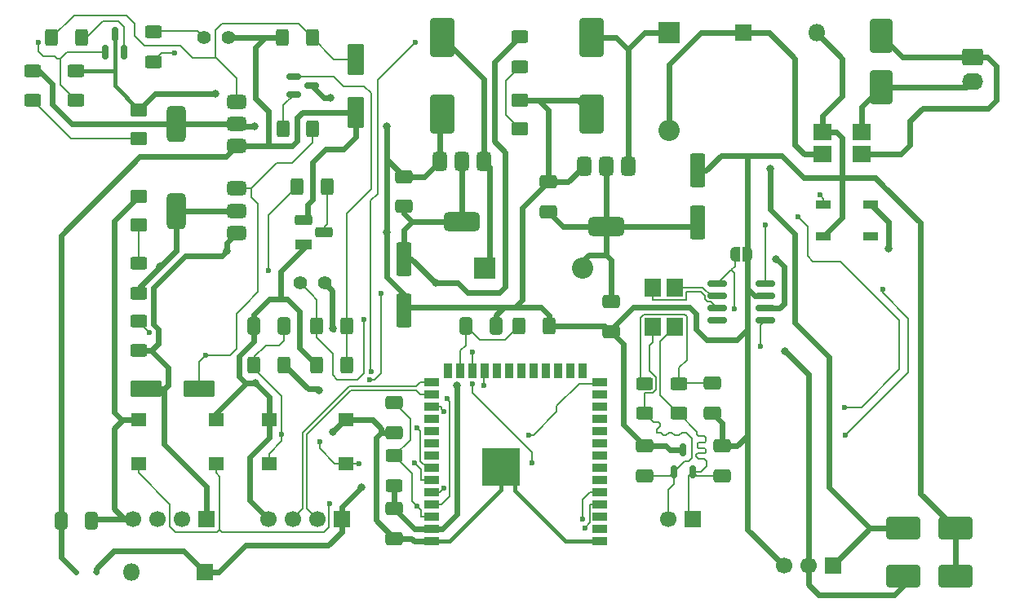
<source format=gbr>
%TF.GenerationSoftware,KiCad,Pcbnew,9.0.1*%
%TF.CreationDate,2025-05-10T22:15:22+02:00*%
%TF.ProjectId,Workcross-ReverseCam,576f726b-6372-46f7-9373-2d5265766572,rev?*%
%TF.SameCoordinates,Original*%
%TF.FileFunction,Copper,L2,Bot*%
%TF.FilePolarity,Positive*%
%FSLAX46Y46*%
G04 Gerber Fmt 4.6, Leading zero omitted, Abs format (unit mm)*
G04 Created by KiCad (PCBNEW 9.0.1) date 2025-05-10 22:15:22*
%MOMM*%
%LPD*%
G01*
G04 APERTURE LIST*
G04 Aperture macros list*
%AMRoundRect*
0 Rectangle with rounded corners*
0 $1 Rounding radius*
0 $2 $3 $4 $5 $6 $7 $8 $9 X,Y pos of 4 corners*
0 Add a 4 corners polygon primitive as box body*
4,1,4,$2,$3,$4,$5,$6,$7,$8,$9,$2,$3,0*
0 Add four circle primitives for the rounded corners*
1,1,$1+$1,$2,$3*
1,1,$1+$1,$4,$5*
1,1,$1+$1,$6,$7*
1,1,$1+$1,$8,$9*
0 Add four rect primitives between the rounded corners*
20,1,$1+$1,$2,$3,$4,$5,0*
20,1,$1+$1,$4,$5,$6,$7,0*
20,1,$1+$1,$6,$7,$8,$9,0*
20,1,$1+$1,$8,$9,$2,$3,0*%
%AMFreePoly0*
4,1,23,0.500000,-0.750000,0.000000,-0.750000,0.000000,-0.745722,-0.065263,-0.745722,-0.191342,-0.711940,-0.304381,-0.646677,-0.396677,-0.554381,-0.461940,-0.441342,-0.495722,-0.315263,-0.495722,-0.250000,-0.500000,-0.250000,-0.500000,0.250000,-0.495722,0.250000,-0.495722,0.315263,-0.461940,0.441342,-0.396677,0.554381,-0.304381,0.646677,-0.191342,0.711940,-0.065263,0.745722,0.000000,0.745722,
0.000000,0.750000,0.500000,0.750000,0.500000,-0.750000,0.500000,-0.750000,$1*%
%AMFreePoly1*
4,1,23,0.000000,0.745722,0.065263,0.745722,0.191342,0.711940,0.304381,0.646677,0.396677,0.554381,0.461940,0.441342,0.495722,0.315263,0.495722,0.250000,0.500000,0.250000,0.500000,-0.250000,0.495722,-0.250000,0.495722,-0.315263,0.461940,-0.441342,0.396677,-0.554381,0.304381,-0.646677,0.191342,-0.711940,0.065263,-0.745722,0.000000,-0.745722,0.000000,-0.750000,-0.500000,-0.750000,
-0.500000,0.750000,0.000000,0.750000,0.000000,0.745722,0.000000,0.745722,$1*%
G04 Aperture macros list end*
%TA.AperFunction,SMDPad,CuDef*%
%ADD10R,1.850000X1.700000*%
%TD*%
%TA.AperFunction,SMDPad,CuDef*%
%ADD11R,1.700000X1.850000*%
%TD*%
%TA.AperFunction,ComponentPad*%
%ADD12C,1.400000*%
%TD*%
%TA.AperFunction,SMDPad,CuDef*%
%ADD13RoundRect,0.150000X0.150000X-0.512500X0.150000X0.512500X-0.150000X0.512500X-0.150000X-0.512500X0*%
%TD*%
%TA.AperFunction,SMDPad,CuDef*%
%ADD14R,1.600000X1.400000*%
%TD*%
%TA.AperFunction,SMDPad,CuDef*%
%ADD15RoundRect,0.375000X-0.375000X0.625000X-0.375000X-0.625000X0.375000X-0.625000X0.375000X0.625000X0*%
%TD*%
%TA.AperFunction,SMDPad,CuDef*%
%ADD16RoundRect,0.500000X-1.400000X0.500000X-1.400000X-0.500000X1.400000X-0.500000X1.400000X0.500000X0*%
%TD*%
%TA.AperFunction,SMDPad,CuDef*%
%ADD17RoundRect,0.250000X-1.000000X1.750000X-1.000000X-1.750000X1.000000X-1.750000X1.000000X1.750000X0*%
%TD*%
%TA.AperFunction,SMDPad,CuDef*%
%ADD18RoundRect,0.250000X0.650000X-0.412500X0.650000X0.412500X-0.650000X0.412500X-0.650000X-0.412500X0*%
%TD*%
%TA.AperFunction,SMDPad,CuDef*%
%ADD19RoundRect,0.250000X0.550000X-1.500000X0.550000X1.500000X-0.550000X1.500000X-0.550000X-1.500000X0*%
%TD*%
%TA.AperFunction,SMDPad,CuDef*%
%ADD20RoundRect,0.375000X0.625000X0.375000X-0.625000X0.375000X-0.625000X-0.375000X0.625000X-0.375000X0*%
%TD*%
%TA.AperFunction,SMDPad,CuDef*%
%ADD21RoundRect,0.500000X0.500000X1.400000X-0.500000X1.400000X-0.500000X-1.400000X0.500000X-1.400000X0*%
%TD*%
%TA.AperFunction,SMDPad,CuDef*%
%ADD22RoundRect,0.090000X0.660000X0.360000X-0.660000X0.360000X-0.660000X-0.360000X0.660000X-0.360000X0*%
%TD*%
%TA.AperFunction,SMDPad,CuDef*%
%ADD23RoundRect,0.250000X0.400000X0.625000X-0.400000X0.625000X-0.400000X-0.625000X0.400000X-0.625000X0*%
%TD*%
%TA.AperFunction,SMDPad,CuDef*%
%ADD24RoundRect,0.250000X-0.400000X-0.625000X0.400000X-0.625000X0.400000X0.625000X-0.400000X0.625000X0*%
%TD*%
%TA.AperFunction,SMDPad,CuDef*%
%ADD25RoundRect,0.250000X1.500000X0.900000X-1.500000X0.900000X-1.500000X-0.900000X1.500000X-0.900000X0*%
%TD*%
%TA.AperFunction,ComponentPad*%
%ADD26R,1.700000X1.700000*%
%TD*%
%TA.AperFunction,ComponentPad*%
%ADD27C,1.700000*%
%TD*%
%TA.AperFunction,ComponentPad*%
%ADD28RoundRect,0.250000X-0.845000X0.620000X-0.845000X-0.620000X0.845000X-0.620000X0.845000X0.620000X0*%
%TD*%
%TA.AperFunction,ComponentPad*%
%ADD29O,2.190000X1.740000*%
%TD*%
%TA.AperFunction,SMDPad,CuDef*%
%ADD30RoundRect,0.250000X0.600000X-1.400000X0.600000X1.400000X-0.600000X1.400000X-0.600000X-1.400000X0*%
%TD*%
%TA.AperFunction,ComponentPad*%
%ADD31R,1.800000X1.100000*%
%TD*%
%TA.AperFunction,ComponentPad*%
%ADD32RoundRect,0.275000X0.625000X-0.275000X0.625000X0.275000X-0.625000X0.275000X-0.625000X-0.275000X0*%
%TD*%
%TA.AperFunction,SMDPad,CuDef*%
%ADD33R,1.500000X0.900000*%
%TD*%
%TA.AperFunction,SMDPad,CuDef*%
%ADD34R,0.900000X1.500000*%
%TD*%
%TA.AperFunction,HeatsinkPad*%
%ADD35C,0.600000*%
%TD*%
%TA.AperFunction,HeatsinkPad*%
%ADD36R,3.900000X3.900000*%
%TD*%
%TA.AperFunction,SMDPad,CuDef*%
%ADD37RoundRect,0.250000X-0.625000X0.400000X-0.625000X-0.400000X0.625000X-0.400000X0.625000X0.400000X0*%
%TD*%
%TA.AperFunction,SMDPad,CuDef*%
%ADD38RoundRect,0.250000X-0.550000X1.500000X-0.550000X-1.500000X0.550000X-1.500000X0.550000X1.500000X0*%
%TD*%
%TA.AperFunction,SMDPad,CuDef*%
%ADD39RoundRect,0.250000X0.625000X-0.400000X0.625000X0.400000X-0.625000X0.400000X-0.625000X-0.400000X0*%
%TD*%
%TA.AperFunction,SMDPad,CuDef*%
%ADD40FreePoly0,0.000000*%
%TD*%
%TA.AperFunction,SMDPad,CuDef*%
%ADD41FreePoly1,0.000000*%
%TD*%
%TA.AperFunction,SMDPad,CuDef*%
%ADD42RoundRect,0.250000X0.412500X0.650000X-0.412500X0.650000X-0.412500X-0.650000X0.412500X-0.650000X0*%
%TD*%
%TA.AperFunction,SMDPad,CuDef*%
%ADD43RoundRect,0.250000X-0.650000X0.412500X-0.650000X-0.412500X0.650000X-0.412500X0.650000X0.412500X0*%
%TD*%
%TA.AperFunction,SMDPad,CuDef*%
%ADD44RoundRect,0.150000X0.825000X0.150000X-0.825000X0.150000X-0.825000X-0.150000X0.825000X-0.150000X0*%
%TD*%
%TA.AperFunction,SMDPad,CuDef*%
%ADD45RoundRect,0.150000X-0.587500X-0.150000X0.587500X-0.150000X0.587500X0.150000X-0.587500X0.150000X0*%
%TD*%
%TA.AperFunction,SMDPad,CuDef*%
%ADD46RoundRect,0.250000X0.900000X-1.500000X0.900000X1.500000X-0.900000X1.500000X-0.900000X-1.500000X0*%
%TD*%
%TA.AperFunction,SMDPad,CuDef*%
%ADD47RoundRect,0.250001X-0.624999X0.462499X-0.624999X-0.462499X0.624999X-0.462499X0.624999X0.462499X0*%
%TD*%
%TA.AperFunction,SMDPad,CuDef*%
%ADD48RoundRect,0.150000X0.150000X-0.587500X0.150000X0.587500X-0.150000X0.587500X-0.150000X-0.587500X0*%
%TD*%
%TA.AperFunction,SMDPad,CuDef*%
%ADD49RoundRect,0.250000X-0.412500X-0.650000X0.412500X-0.650000X0.412500X0.650000X-0.412500X0.650000X0*%
%TD*%
%TA.AperFunction,SMDPad,CuDef*%
%ADD50RoundRect,0.112500X-0.187500X-0.112500X0.187500X-0.112500X0.187500X0.112500X-0.187500X0.112500X0*%
%TD*%
%TA.AperFunction,ComponentPad*%
%ADD51R,2.200000X2.200000*%
%TD*%
%TA.AperFunction,ComponentPad*%
%ADD52O,2.200000X2.200000*%
%TD*%
%TA.AperFunction,ComponentPad*%
%ADD53R,1.800000X1.800000*%
%TD*%
%TA.AperFunction,ComponentPad*%
%ADD54O,1.800000X1.800000*%
%TD*%
%TA.AperFunction,SMDPad,CuDef*%
%ADD55RoundRect,0.250000X-1.400000X-0.600000X1.400000X-0.600000X1.400000X0.600000X-1.400000X0.600000X0*%
%TD*%
%TA.AperFunction,ViaPad*%
%ADD56C,0.800000*%
%TD*%
%TA.AperFunction,ViaPad*%
%ADD57C,0.600000*%
%TD*%
%TA.AperFunction,Conductor*%
%ADD58C,0.600000*%
%TD*%
%TA.AperFunction,Conductor*%
%ADD59C,0.200000*%
%TD*%
%TA.AperFunction,Conductor*%
%ADD60C,0.400000*%
%TD*%
G04 APERTURE END LIST*
D10*
%TO.P,FL2,1,1*%
%TO.N,VBAT_12V*%
X186025000Y-66150000D03*
%TO.P,FL2,2,2*%
%TO.N,+12V*%
X181975000Y-66150000D03*
%TO.P,FL2,3,3*%
%TO.N,GND*%
X181975000Y-63850000D03*
%TO.P,FL2,4,4*%
%TO.N,GND_BAT*%
X186025000Y-63850000D03*
%TD*%
D11*
%TO.P,FL1,1,1*%
%TO.N,/CAN/CAN_INT+*%
X166650000Y-79975000D03*
%TO.P,FL1,2,2*%
%TO.N,/CAN/CAN+*%
X166650000Y-84025000D03*
%TO.P,FL1,3,3*%
%TO.N,/CAN/CAN-*%
X164350000Y-84025000D03*
%TO.P,FL1,4,4*%
%TO.N,/CAN/CAN_INT-*%
X164350000Y-79975000D03*
%TD*%
D12*
%TO.P,JP1,1,A*%
%TO.N,/Controller/ESP.IO4*%
X117750000Y-54000000D03*
%TO.P,JP1,2,B*%
%TO.N,+5V*%
X120290000Y-54000000D03*
%TD*%
D13*
%TO.P,D22,1,K*%
%TO.N,/CAN/CAN+*%
X168450000Y-99137500D03*
%TO.P,D22,2,K*%
%TO.N,/CAN/CAN-*%
X166550000Y-99137500D03*
%TO.P,D22,3,A*%
%TO.N,GND*%
X167500000Y-96862500D03*
%TD*%
D14*
%TO.P,SW1,1,1*%
%TO.N,GND*%
X132500000Y-93750000D03*
X124500000Y-93750000D03*
%TO.P,SW1,2,2*%
%TO.N,/Controller/GPIO0*%
X132500000Y-98250000D03*
X124500000Y-98250000D03*
%TD*%
D15*
%TO.P,U3,1,GND*%
%TO.N,GND*%
X142200000Y-66850000D03*
%TO.P,U3,2,VO*%
%TO.N,+3V3*%
X144500000Y-66850000D03*
D16*
X144500000Y-73150000D03*
D15*
%TO.P,U3,3,VI*%
%TO.N,/Power Supply/REG_5V_IN*%
X146800000Y-66850000D03*
%TD*%
D17*
%TO.P,C5,1*%
%TO.N,/Power Supply/REG_5V_IN*%
X142500000Y-54000000D03*
%TO.P,C5,2*%
%TO.N,GND*%
X142500000Y-62000000D03*
%TD*%
D18*
%TO.P,C10,1*%
%TO.N,GND*%
X170500000Y-93062500D03*
%TO.P,C10,2*%
%TO.N,Net-(C10-Pad2)*%
X170500000Y-89937500D03*
%TD*%
D19*
%TO.P,C4,1*%
%TO.N,+5V*%
X169000000Y-73200000D03*
%TO.P,C4,2*%
%TO.N,GND*%
X169000000Y-67800000D03*
%TD*%
D20*
%TO.P,Q1,1,G*%
%TO.N,Net-(D14-A)*%
X121150000Y-60700000D03*
%TO.P,Q1,2,D*%
%TO.N,/GPIO/SW_5V_Cam_Out*%
X121150000Y-63000000D03*
D21*
X114850000Y-63000000D03*
D20*
%TO.P,Q1,3,S*%
%TO.N,+5V*%
X121150000Y-65300000D03*
%TD*%
D22*
%TO.P,D21,1,VDD*%
%TO.N,+3V3*%
X186950000Y-71350000D03*
%TO.P,D21,2,DOUT*%
%TO.N,unconnected-(D21-DOUT-Pad2)*%
X186950000Y-74650000D03*
%TO.P,D21,3,VSS*%
%TO.N,GND*%
X182050000Y-74650000D03*
%TO.P,D21,4,DIN*%
%TO.N,/Controller/ESP.IO6*%
X182050000Y-71350000D03*
%TD*%
D23*
%TO.P,R18,1*%
%TO.N,+3V3*%
X126050000Y-88000000D03*
%TO.P,R18,2*%
%TO.N,/Controller/GPIO0*%
X122950000Y-88000000D03*
%TD*%
D18*
%TO.P,C2,1*%
%TO.N,+5V*%
X153500000Y-72125000D03*
%TO.P,C2,2*%
%TO.N,GND*%
X153500000Y-69000000D03*
%TD*%
%TO.P,C6,1*%
%TO.N,+3V3*%
X138500000Y-71562500D03*
%TO.P,C6,2*%
%TO.N,GND*%
X138500000Y-68437500D03*
%TD*%
D12*
%TO.P,JP2,1,A*%
%TO.N,+3V3*%
X130250000Y-79500000D03*
%TO.P,JP2,2,B*%
%TO.N,/Controller/ESP.IO5*%
X127710000Y-79500000D03*
%TD*%
D24*
%TO.P,R14,1*%
%TO.N,GND*%
X129450000Y-88000000D03*
%TO.P,R14,2*%
%TO.N,Net-(Q4-B)*%
X132550000Y-88000000D03*
%TD*%
D25*
%TO.P,D12,1,A1*%
%TO.N,GND*%
X195700000Y-110000000D03*
%TO.P,D12,2,A2*%
%TO.N,/GPIO/SW_3V3_LEDLight_Out*%
X190300000Y-110000000D03*
%TD*%
D26*
%TO.P,J3,1,Pin_1*%
%TO.N,/GPIO/SW_5V_Cam_Out*%
X183000000Y-108885000D03*
D27*
%TO.P,J3,2,Pin_2*%
%TO.N,/GPIO/SW_3V3_LEDLight_Out*%
X180460000Y-108885000D03*
%TO.P,J3,3,Pin_3*%
%TO.N,GND*%
X177920000Y-108885000D03*
%TD*%
D26*
%TO.P,J2,1,Pin_1*%
%TO.N,/USB/USB_CON_VCC*%
X132040000Y-104000000D03*
D27*
%TO.P,J2,2,Pin_2*%
%TO.N,/Controller/ESP.ESP_USB_D-*%
X129500000Y-104000000D03*
%TO.P,J2,3,Pin_3*%
%TO.N,/Controller/ESP.ESP_USB_D+*%
X126960000Y-104000000D03*
%TO.P,J2,4,Pin_4*%
%TO.N,GND*%
X124420000Y-104000000D03*
%TD*%
D28*
%TO.P,J1,1,Pin_1*%
%TO.N,VBAT_12V*%
X197520000Y-56000000D03*
D29*
%TO.P,J1,2,Pin_2*%
%TO.N,GND_BAT*%
X197520000Y-58540000D03*
%TD*%
D30*
%TO.P,D14,1,K*%
%TO.N,+5V*%
X133500000Y-61750000D03*
%TO.P,D14,2,A*%
%TO.N,Net-(D14-A)*%
X133500000Y-56250000D03*
%TD*%
D15*
%TO.P,U2,1,GND*%
%TO.N,GND*%
X157200000Y-67350000D03*
%TO.P,U2,2,VO*%
%TO.N,+5V*%
X159500000Y-67350000D03*
D16*
X159500000Y-73650000D03*
D15*
%TO.P,U2,3,VI*%
%TO.N,/Power Supply/REG_12V_IN*%
X161800000Y-67350000D03*
%TD*%
D31*
%TO.P,U6,1,GND*%
%TO.N,GND*%
X128100000Y-75500000D03*
D32*
%TO.P,U6,2,DQ*%
%TO.N,Net-(U6-DQ)*%
X130170000Y-74230000D03*
%TO.P,U6,3,V_{DD}*%
%TO.N,+5V*%
X128100000Y-72960000D03*
%TD*%
D24*
%TO.P,R6,1*%
%TO.N,/Controller/ESP.IO7*%
X127450000Y-69500000D03*
%TO.P,R6,2*%
%TO.N,Net-(U6-DQ)*%
X130550000Y-69500000D03*
%TD*%
D33*
%TO.P,U1,1,GND*%
%TO.N,GND*%
X141350000Y-106350000D03*
%TO.P,U1,2,3V3*%
%TO.N,+3V3*%
X141350000Y-105080000D03*
%TO.P,U1,3,EN*%
%TO.N,/Controller/CHIP_PU*%
X141350000Y-103810000D03*
%TO.P,U1,4,IO4*%
%TO.N,/Controller/ESP.IO4*%
X141350000Y-102540000D03*
%TO.P,U1,5,IO5*%
%TO.N,/Controller/ESP.IO5*%
X141350000Y-101270000D03*
%TO.P,U1,6,IO6*%
%TO.N,/Controller/ESP.IO6*%
X141350000Y-100000000D03*
%TO.P,U1,7,IO7*%
%TO.N,/Controller/ESP.IO7*%
X141350000Y-98730000D03*
%TO.P,U1,8,IO15*%
%TO.N,/Controller/ESP.IO15*%
X141350000Y-97460000D03*
%TO.P,U1,9,IO16*%
%TO.N,/Controller/ESP.IO16*%
X141350000Y-96190000D03*
%TO.P,U1,10,IO17*%
%TO.N,/Controller/ESP.IO17*%
X141350000Y-94920000D03*
%TO.P,U1,11,IO18*%
%TO.N,/Controller/ESP.IO18*%
X141350000Y-93650000D03*
%TO.P,U1,12,IO8*%
%TO.N,/Controller/ESP.IO8*%
X141350000Y-92380000D03*
%TO.P,U1,13,USB_D-*%
%TO.N,/Controller/ESP.ESP_USB_D-*%
X141350000Y-91110000D03*
%TO.P,U1,14,USB_D+*%
%TO.N,/Controller/ESP.ESP_USB_D+*%
X141350000Y-89840000D03*
D34*
%TO.P,U1,15,IO3*%
%TO.N,/Controller/ESP.IO3*%
X143115000Y-88590000D03*
%TO.P,U1,16,IO46*%
%TO.N,/Controller/ESP.IO46*%
X144385000Y-88590000D03*
%TO.P,U1,17,IO9*%
%TO.N,/Controller/ESP.IO9*%
X145655000Y-88590000D03*
%TO.P,U1,18,IO10*%
%TO.N,/Controller/ESP.IO10*%
X146925000Y-88590000D03*
%TO.P,U1,19,IO11*%
%TO.N,/Controller/ESP.IO11*%
X148195000Y-88590000D03*
%TO.P,U1,20,IO12*%
%TO.N,/Controller/ESP.IO12*%
X149465000Y-88590000D03*
%TO.P,U1,21,IO13*%
%TO.N,/Controller/ESP.IO13*%
X150735000Y-88590000D03*
%TO.P,U1,22,IO14*%
%TO.N,/Controller/ESP.IO14*%
X152005000Y-88590000D03*
%TO.P,U1,23,IO21*%
%TO.N,/Controller/ESP.IO21*%
X153275000Y-88590000D03*
%TO.P,U1,24,IO47*%
%TO.N,/Controller/ESP.IO47*%
X154545000Y-88590000D03*
%TO.P,U1,25,IO48*%
%TO.N,/Controller/ESP.IO48*%
X155815000Y-88590000D03*
%TO.P,U1,26,IO45*%
%TO.N,/Controller/ESP.IO45*%
X157085000Y-88590000D03*
D33*
%TO.P,U1,27,IO0*%
%TO.N,/Controller/GPIO0*%
X158850000Y-89840000D03*
%TO.P,U1,28,IO35*%
%TO.N,/Controller/ESP.IO35*%
X158850000Y-91110000D03*
%TO.P,U1,29,IO36*%
%TO.N,/Controller/ESP.IO36*%
X158850000Y-92380000D03*
%TO.P,U1,30,IO37*%
%TO.N,/Controller/ESP.IO37*%
X158850000Y-93650000D03*
%TO.P,U1,31,IO38*%
%TO.N,/Controller/ESP.IO38*%
X158850000Y-94920000D03*
%TO.P,U1,32,IO39*%
%TO.N,/Controller/ESP.IO39*%
X158850000Y-96190000D03*
%TO.P,U1,33,IO40*%
%TO.N,/Controller/ESP.IO40*%
X158850000Y-97460000D03*
%TO.P,U1,34,IO41*%
%TO.N,/Controller/ESP.IO41*%
X158850000Y-98730000D03*
%TO.P,U1,35,IO42*%
%TO.N,/Controller/ESP.IO42*%
X158850000Y-100000000D03*
%TO.P,U1,36,RXD0*%
%TO.N,/Controller/ESP.ESP_RxD*%
X158850000Y-101270000D03*
%TO.P,U1,37,TXD0*%
%TO.N,/Controller/ESP.ESP_TxD*%
X158850000Y-102540000D03*
%TO.P,U1,38,IO2*%
%TO.N,/Controller/ESP.IO2*%
X158850000Y-103810000D03*
%TO.P,U1,39,IO1*%
%TO.N,/Controller/ESP.IO1*%
X158850000Y-105080000D03*
%TO.P,U1,40,GND*%
%TO.N,GND*%
X158850000Y-106350000D03*
D35*
%TO.P,U1,41,GND*%
X147200000Y-97930000D03*
X147200000Y-99330000D03*
X147900000Y-97230000D03*
X147900000Y-98630000D03*
X147900000Y-100030000D03*
X148600000Y-97930000D03*
D36*
X148600000Y-98630000D03*
D35*
X148600000Y-99330000D03*
X149300000Y-97230000D03*
X149300000Y-98630000D03*
X149300000Y-100030000D03*
X150000000Y-97930000D03*
X150000000Y-99330000D03*
%TD*%
D37*
%TO.P,R8,1*%
%TO.N,/Controller/ESP.IO4*%
X112500000Y-53400000D03*
%TO.P,R8,2*%
%TO.N,Net-(Q3-B)*%
X112500000Y-56500000D03*
%TD*%
D38*
%TO.P,C7,1*%
%TO.N,+3V3*%
X138500000Y-77000000D03*
%TO.P,C7,2*%
%TO.N,GND*%
X138500000Y-82400000D03*
%TD*%
D39*
%TO.P,R12,1*%
%TO.N,+3V3*%
X111000000Y-86550000D03*
%TO.P,R12,2*%
%TO.N,Net-(D15-A)*%
X111000000Y-83450000D03*
%TD*%
D24*
%TO.P,R9,1*%
%TO.N,/Controller/ESP.IO5*%
X129450000Y-84000000D03*
%TO.P,R9,2*%
%TO.N,Net-(Q4-B)*%
X132550000Y-84000000D03*
%TD*%
D37*
%TO.P,R16,1*%
%TO.N,+3V3*%
X150500000Y-53950000D03*
%TO.P,R16,2*%
%TO.N,Net-(D20-A)*%
X150500000Y-57050000D03*
%TD*%
D24*
%TO.P,R11,1*%
%TO.N,Net-(D14-A)*%
X101950000Y-54000000D03*
%TO.P,R11,2*%
%TO.N,Net-(Q3-C)*%
X105050000Y-54000000D03*
%TD*%
D40*
%TO.P,JP3,1,A*%
%TO.N,/Controller/ESP.IO10*%
X172850000Y-76500000D03*
D41*
%TO.P,JP3,2,B*%
%TO.N,GND*%
X174150000Y-76500000D03*
%TD*%
D42*
%TO.P,C1,1*%
%TO.N,GND*%
X106062500Y-104200000D03*
%TO.P,C1,2*%
%TO.N,+5V*%
X102937500Y-104200000D03*
%TD*%
D43*
%TO.P,C8,1*%
%TO.N,+5V*%
X160000000Y-81437500D03*
%TO.P,C8,2*%
%TO.N,GND*%
X160000000Y-84562500D03*
%TD*%
D18*
%TO.P,C12,1*%
%TO.N,GND*%
X137500000Y-106062500D03*
%TO.P,C12,2*%
%TO.N,+3V3*%
X137500000Y-102937500D03*
%TD*%
%TO.P,C15,1*%
%TO.N,/CAN/CAN-*%
X163500000Y-99562500D03*
%TO.P,C15,2*%
%TO.N,GND*%
X163500000Y-96437500D03*
%TD*%
D23*
%TO.P,R13,1*%
%TO.N,Net-(D15-A)*%
X129050000Y-63500000D03*
%TO.P,R13,2*%
%TO.N,Net-(Q4-C)*%
X125950000Y-63500000D03*
%TD*%
D44*
%TO.P,U4,1,TXD*%
%TO.N,/Controller/ESP.IO8*%
X175975000Y-79595000D03*
%TO.P,U4,2,GND*%
%TO.N,GND*%
X175975000Y-80865000D03*
%TO.P,U4,3,VCC*%
%TO.N,+5V*%
X175975000Y-82135000D03*
%TO.P,U4,4,RXD*%
%TO.N,/Controller/ESP.IO9*%
X175975000Y-83405000D03*
%TO.P,U4,5,NC*%
%TO.N,unconnected-(U4-NC-Pad5)*%
X171025000Y-83405000D03*
%TO.P,U4,6,CANL*%
%TO.N,/CAN/CAN_INT-*%
X171025000Y-82135000D03*
%TO.P,U4,7,CANH*%
%TO.N,/CAN/CAN_INT+*%
X171025000Y-80865000D03*
%TO.P,U4,8,S*%
%TO.N,/Controller/ESP.IO10*%
X171025000Y-79595000D03*
%TD*%
D45*
%TO.P,Q4,1,C*%
%TO.N,Net-(Q4-C)*%
X127062500Y-59950000D03*
%TO.P,Q4,2,B*%
%TO.N,Net-(Q4-B)*%
X127062500Y-58050000D03*
%TO.P,Q4,3,E*%
%TO.N,GND*%
X128937500Y-59000000D03*
%TD*%
D46*
%TO.P,D7,1,A1*%
%TO.N,GND_BAT*%
X188000000Y-59200000D03*
%TO.P,D7,2,A2*%
%TO.N,VBAT_12V*%
X188000000Y-53800000D03*
%TD*%
D47*
%TO.P,D2,1,K*%
%TO.N,GND*%
X111000000Y-70512500D03*
%TO.P,D2,2,A*%
%TO.N,Net-(D2-A)*%
X111000000Y-73487500D03*
%TD*%
D48*
%TO.P,Q3,1,C*%
%TO.N,Net-(Q3-C)*%
X109450000Y-55500000D03*
%TO.P,Q3,2,B*%
%TO.N,Net-(Q3-B)*%
X107550000Y-55500000D03*
%TO.P,Q3,3,E*%
%TO.N,GND*%
X108500000Y-53625000D03*
%TD*%
D47*
%TO.P,D1,1,K*%
%TO.N,GND*%
X111000000Y-61512500D03*
%TO.P,D1,2,A*%
%TO.N,Net-(D1-A)*%
X111000000Y-64487500D03*
%TD*%
D49*
%TO.P,C14,1*%
%TO.N,/Controller/ESP.IO46*%
X144937500Y-84000000D03*
%TO.P,C14,2*%
%TO.N,GND*%
X148062500Y-84000000D03*
%TD*%
%TO.P,C13,1*%
%TO.N,GND*%
X122937500Y-84000000D03*
%TO.P,C13,2*%
%TO.N,/Controller/GPIO0*%
X126062500Y-84000000D03*
%TD*%
D24*
%TO.P,R10,1*%
%TO.N,+5V*%
X125900000Y-54000000D03*
%TO.P,R10,2*%
%TO.N,Net-(D14-A)*%
X129000000Y-54000000D03*
%TD*%
D50*
%TO.P,D3,1,K*%
%TO.N,+5V*%
X104450000Y-109500000D03*
%TO.P,D3,2,A*%
%TO.N,/USB/USB_CON_VCC*%
X106550000Y-109500000D03*
%TD*%
D20*
%TO.P,Q2,1,G*%
%TO.N,Net-(D15-A)*%
X121150000Y-69700000D03*
%TO.P,Q2,2,D*%
%TO.N,/GPIO/SW_3V3_LEDLight_Out*%
X121150000Y-72000000D03*
D21*
X114850000Y-72000000D03*
D20*
%TO.P,Q2,3,S*%
%TO.N,+3V3*%
X121150000Y-74300000D03*
%TD*%
D51*
%TO.P,D10,1,K*%
%TO.N,/Power Supply/REG_5V_IN*%
X146920000Y-78000000D03*
D52*
%TO.P,D10,2,A*%
%TO.N,+5V*%
X157080000Y-78000000D03*
%TD*%
D24*
%TO.P,R19,1*%
%TO.N,/Controller/ESP.IO46*%
X150450000Y-84000000D03*
%TO.P,R19,2*%
%TO.N,GND*%
X153550000Y-84000000D03*
%TD*%
D37*
%TO.P,R5,1*%
%TO.N,/GPIO/SW_5V_Cam_Out*%
X100000000Y-57450000D03*
%TO.P,R5,2*%
%TO.N,Net-(D1-A)*%
X100000000Y-60550000D03*
%TD*%
D51*
%TO.P,D9,1,K*%
%TO.N,/Power Supply/REG_12V_IN*%
X166000000Y-53500000D03*
D52*
%TO.P,D9,2,A*%
%TO.N,+12V*%
X166000000Y-63660000D03*
%TD*%
D47*
%TO.P,D20,1,K*%
%TO.N,GND*%
X150500000Y-60512500D03*
%TO.P,D20,2,A*%
%TO.N,Net-(D20-A)*%
X150500000Y-63487500D03*
%TD*%
D26*
%TO.P,J4,1,Pin_1*%
%TO.N,+3V3*%
X118040000Y-104000000D03*
D27*
%TO.P,J4,2,Pin_2*%
%TO.N,/Controller/ESP.ESP_RxD*%
X115500000Y-104000000D03*
%TO.P,J4,3,Pin_3*%
%TO.N,/Controller/ESP.ESP_TxD*%
X112960000Y-104000000D03*
%TO.P,J4,4,Pin_4*%
%TO.N,GND*%
X110420000Y-104000000D03*
%TD*%
D18*
%TO.P,C11,1*%
%TO.N,GND*%
X137500000Y-95062500D03*
%TO.P,C11,2*%
%TO.N,/Controller/CHIP_PU*%
X137500000Y-91937500D03*
%TD*%
D53*
%TO.P,D8,1,K*%
%TO.N,+12V*%
X173690000Y-53500000D03*
D54*
%TO.P,D8,2,A*%
%TO.N,GND*%
X181310000Y-53500000D03*
%TD*%
D53*
%TO.P,D13,1,K*%
%TO.N,/USB/USB_CON_VCC*%
X117810000Y-109500000D03*
D54*
%TO.P,D13,2,A*%
%TO.N,GND*%
X110190000Y-109500000D03*
%TD*%
D25*
%TO.P,D11,1,A1*%
%TO.N,GND*%
X195700000Y-105000000D03*
%TO.P,D11,2,A2*%
%TO.N,/GPIO/SW_5V_Cam_Out*%
X190300000Y-105000000D03*
%TD*%
D26*
%TO.P,J5,1,Pin_1*%
%TO.N,/CAN/CAN+*%
X168500000Y-104000000D03*
D27*
%TO.P,J5,2,Pin_2*%
%TO.N,/CAN/CAN-*%
X165960000Y-104000000D03*
%TD*%
D39*
%TO.P,R3,1*%
%TO.N,/CAN/CAN-*%
X163500000Y-93050000D03*
%TO.P,R3,2*%
%TO.N,Net-(C10-Pad2)*%
X163500000Y-89950000D03*
%TD*%
%TO.P,R7,1*%
%TO.N,/GPIO/SW_3V3_LEDLight_Out*%
X111000000Y-80550000D03*
%TO.P,R7,2*%
%TO.N,Net-(D2-A)*%
X111000000Y-77450000D03*
%TD*%
D55*
%TO.P,D15,1,K*%
%TO.N,+3V3*%
X111750000Y-90500000D03*
%TO.P,D15,2,A*%
%TO.N,Net-(D15-A)*%
X117250000Y-90500000D03*
%TD*%
D37*
%TO.P,R15,1*%
%TO.N,GND*%
X104500000Y-57450000D03*
%TO.P,R15,2*%
%TO.N,Net-(Q3-B)*%
X104500000Y-60550000D03*
%TD*%
D39*
%TO.P,R1,1*%
%TO.N,/CAN/CAN+*%
X167000000Y-93050000D03*
%TO.P,R1,2*%
%TO.N,Net-(C10-Pad2)*%
X167000000Y-89950000D03*
%TD*%
D14*
%TO.P,SW2,1,1*%
%TO.N,GND*%
X119000000Y-93750000D03*
X111000000Y-93750000D03*
%TO.P,SW2,2,2*%
%TO.N,/Controller/CHIP_PU*%
X119000000Y-98250000D03*
X111000000Y-98250000D03*
%TD*%
D18*
%TO.P,C16,1*%
%TO.N,/CAN/CAN+*%
X171500000Y-99562500D03*
%TO.P,C16,2*%
%TO.N,GND*%
X171500000Y-96437500D03*
%TD*%
D39*
%TO.P,R17,1*%
%TO.N,+3V3*%
X137500000Y-100550000D03*
%TO.P,R17,2*%
%TO.N,/Controller/CHIP_PU*%
X137500000Y-97450000D03*
%TD*%
D17*
%TO.P,C3,1*%
%TO.N,/Power Supply/REG_12V_IN*%
X158000000Y-54000000D03*
%TO.P,C3,2*%
%TO.N,GND*%
X158000000Y-62000000D03*
%TD*%
D56*
%TO.N,GND*%
X136714000Y-74239000D03*
%TO.N,+3V3*%
X129690203Y-90625000D03*
%TO.N,GND*%
X123100000Y-89900000D03*
X131100000Y-95000000D03*
X118950000Y-59825000D03*
X130850000Y-60300000D03*
%TO.N,/GPIO/SW_5V_Cam_Out*%
X123050000Y-63225000D03*
X176549650Y-67600350D03*
%TO.N,/GPIO/SW_3V3_LEDLight_Out*%
X113225000Y-77825000D03*
%TO.N,+3V3*%
X120125000Y-76175000D03*
X188775000Y-75950000D03*
X141775000Y-79500000D03*
D57*
%TO.N,/Controller/GPIO0*%
X125833000Y-95254600D03*
X151478000Y-95276300D03*
X129766000Y-95995400D03*
X133810000Y-98249900D03*
%TO.N,Net-(Q3-B)*%
X100552000Y-54476900D03*
X114700000Y-55641400D03*
%TO.N,Net-(D15-A)*%
X117950000Y-87000000D03*
X112066000Y-84609500D03*
D56*
%TO.N,/GPIO/SW_3V3_LEDLight_Out*%
X178052000Y-86577100D03*
%TO.N,/USB/USB_CON_VCC*%
X134096000Y-100700000D03*
D57*
%TO.N,/Controller/ESP.IO6*%
X181690000Y-70382800D03*
X184317000Y-95331700D03*
X188175000Y-80125000D03*
X139634000Y-98206700D03*
D56*
%TO.N,+3V3*%
X131100000Y-84264700D03*
X144016000Y-90147200D03*
D57*
%TO.N,/Controller/ESP.IO8*%
X175975000Y-73450000D03*
X184202000Y-92413500D03*
X142622000Y-92856700D03*
X179400000Y-72650000D03*
%TO.N,/Controller/ESP.IO5*%
X142651000Y-100826000D03*
X134350000Y-83300000D03*
X145582000Y-90003800D03*
X151766000Y-98235900D03*
%TO.N,/Controller/ESP.ESP_RxD*%
X157051000Y-104037000D03*
%TO.N,/Controller/ESP.IO4*%
X139667000Y-54476900D03*
X135077000Y-88679700D03*
X142958000Y-91531800D03*
%TO.N,/Controller/ESP.IO10*%
X146762000Y-90147200D03*
X172812000Y-82217400D03*
%TO.N,/Controller/ESP.ESP_TxD*%
X157277000Y-104929000D03*
%TO.N,/Controller/CHIP_PU*%
X130764000Y-102392000D03*
X139864000Y-102677000D03*
%TO.N,/Controller/ESP.IO7*%
X136176000Y-80600000D03*
X134965000Y-89564800D03*
X124468000Y-78243100D03*
X139884000Y-94580900D03*
%TO.N,/Controller/ESP.IO9*%
X145655000Y-86695400D03*
X175533000Y-86118600D03*
D56*
%TO.N,+5V*%
X177151000Y-76992900D03*
%TO.N,GND*%
X136714000Y-63231500D03*
%TD*%
D58*
%TO.N,VBAT_12V*%
X199000000Y-56000000D02*
X197520000Y-56000000D01*
X199125000Y-61375000D02*
X200000000Y-60500000D01*
X200000000Y-60500000D02*
X200000000Y-57000000D01*
X192325000Y-61375000D02*
X199125000Y-61375000D01*
X191025000Y-62675000D02*
X192325000Y-61375000D01*
X191025000Y-65200000D02*
X191025000Y-62675000D01*
X190075000Y-66150000D02*
X191025000Y-65200000D01*
X186025000Y-66150000D02*
X190075000Y-66150000D01*
X200000000Y-57000000D02*
X199000000Y-56000000D01*
%TO.N,+3V3*%
X147875000Y-56575000D02*
X150500000Y-53950000D01*
X147875000Y-64755100D02*
X147875000Y-56575000D01*
X149024000Y-65904100D02*
X147875000Y-64755100D01*
X145125000Y-80500000D02*
X148400000Y-80500000D01*
X144125000Y-79500000D02*
X145125000Y-80500000D01*
X141775000Y-79500000D02*
X144125000Y-79500000D01*
X148400000Y-80500000D02*
X149024000Y-79876000D01*
X149024000Y-79876000D02*
X149024000Y-65904100D01*
X139275000Y-77000000D02*
X138500000Y-77000000D01*
X141775000Y-79500000D02*
X139275000Y-77000000D01*
X139400000Y-73150000D02*
X139375000Y-73125000D01*
X144500000Y-73150000D02*
X139400000Y-73150000D01*
X138500000Y-74000000D02*
X138500000Y-77000000D01*
X139375000Y-73125000D02*
X138500000Y-74000000D01*
X138500000Y-72250000D02*
X138500000Y-71562500D01*
X139375000Y-73125000D02*
X138500000Y-72250000D01*
%TO.N,+5V*%
X128500000Y-71350000D02*
X128500000Y-72960000D01*
X129000000Y-70850000D02*
X128500000Y-71350000D01*
X130350000Y-65600000D02*
X129000000Y-66950000D01*
X133500000Y-64300000D02*
X132200000Y-65600000D01*
X132200000Y-65600000D02*
X130350000Y-65600000D01*
X129000000Y-66950000D02*
X129000000Y-70850000D01*
X133500000Y-61750000D02*
X133500000Y-64300000D01*
%TO.N,GND*%
X125700000Y-78300000D02*
X128500000Y-75500000D01*
X125700000Y-81200000D02*
X125700000Y-78300000D01*
X126425000Y-81200000D02*
X125700000Y-81200000D01*
X124550000Y-81200000D02*
X126425000Y-81200000D01*
X122937500Y-82812500D02*
X124550000Y-81200000D01*
X122937500Y-84000000D02*
X122937500Y-82812500D01*
X122937500Y-85553864D02*
X122937500Y-84000000D01*
X121425000Y-87066364D02*
X122937500Y-85553864D01*
X122100000Y-89900000D02*
X121425000Y-89225000D01*
X122150000Y-89900000D02*
X122100000Y-89900000D01*
X121425000Y-89225000D02*
X121425000Y-87066364D01*
X122150000Y-89900000D02*
X121700000Y-90350000D01*
X123100000Y-89900000D02*
X122150000Y-89900000D01*
X119000000Y-93050000D02*
X121700000Y-90350000D01*
X119000000Y-93750000D02*
X119000000Y-93050000D01*
%TO.N,+3V3*%
X129650000Y-90625000D02*
X129690203Y-90625000D01*
X129550000Y-90525000D02*
X129650000Y-90625000D01*
X128575000Y-90525000D02*
X129550000Y-90525000D01*
X126050000Y-88000000D02*
X128575000Y-90525000D01*
%TO.N,GND*%
X127700000Y-82475000D02*
X126425000Y-81200000D01*
X129450000Y-88000000D02*
X127700000Y-86250000D01*
X127700000Y-86250000D02*
X127700000Y-82475000D01*
D59*
%TO.N,/Controller/GPIO0*%
X124175000Y-86000000D02*
X125550000Y-86000000D01*
X122950000Y-87225000D02*
X124175000Y-86000000D01*
X125550000Y-86000000D02*
X126062500Y-85487500D01*
X126062500Y-85487500D02*
X126062500Y-84000000D01*
X122950000Y-88000000D02*
X122950000Y-87225000D01*
D58*
%TO.N,GND*%
X150775000Y-71725000D02*
X152587500Y-69912500D01*
X150775000Y-81300000D02*
X150775000Y-71725000D01*
X150025000Y-82050000D02*
X150775000Y-81300000D01*
X153550000Y-82875000D02*
X153550000Y-84000000D01*
X152725000Y-82050000D02*
X153550000Y-82875000D01*
X150025000Y-82050000D02*
X152725000Y-82050000D01*
X148874000Y-82050000D02*
X150025000Y-82050000D01*
X148062000Y-82862000D02*
X148874000Y-82050000D01*
X138850000Y-82050000D02*
X148874000Y-82050000D01*
X138500000Y-82400000D02*
X138850000Y-82050000D01*
D59*
%TO.N,Net-(D14-A)*%
X118950000Y-56025000D02*
X119033000Y-56108000D01*
X118950000Y-53250000D02*
X118950000Y-56025000D01*
X119614200Y-52585800D02*
X118950000Y-53250000D01*
X127586000Y-52585800D02*
X119614200Y-52585800D01*
X129000000Y-54000000D02*
X127586000Y-52585800D01*
X119016000Y-56125000D02*
X119033000Y-56108000D01*
X110600000Y-53856902D02*
X111618098Y-54875000D01*
X110600000Y-52525000D02*
X110600000Y-53856902D01*
X115300000Y-54875000D02*
X116550000Y-56125000D01*
X116550000Y-56125000D02*
X119016000Y-56125000D01*
X111618098Y-54875000D02*
X115300000Y-54875000D01*
X109750000Y-51675000D02*
X110600000Y-52525000D01*
X104275000Y-51675000D02*
X109750000Y-51675000D01*
X101950000Y-54000000D02*
X104275000Y-51675000D01*
%TO.N,Net-(Q3-C)*%
X108861000Y-52326100D02*
X107248900Y-52326100D01*
X109450000Y-52915000D02*
X108861000Y-52326100D01*
X107248900Y-52326100D02*
X105575000Y-54000000D01*
X109450000Y-55500000D02*
X109450000Y-52915000D01*
X105575000Y-54000000D02*
X105050000Y-54000000D01*
%TO.N,Net-(Q3-B)*%
X102300000Y-55975000D02*
X102500000Y-56175000D01*
X100552000Y-55427011D02*
X101099989Y-55975000D01*
X101099989Y-55975000D02*
X102300000Y-55975000D01*
X100552000Y-54476900D02*
X100552000Y-55427011D01*
X102500000Y-56175000D02*
X102850000Y-56175000D01*
X103525000Y-55500000D02*
X107550000Y-55500000D01*
X102850000Y-56175000D02*
X103525000Y-55500000D01*
X102850000Y-56675000D02*
X102850000Y-56175000D01*
X102850000Y-57702800D02*
X102850000Y-56675000D01*
X102850000Y-58900000D02*
X102850000Y-57702800D01*
X104500000Y-60550000D02*
X102850000Y-58900000D01*
%TO.N,Net-(D14-A)*%
X121150000Y-58225000D02*
X121150000Y-60700000D01*
X119033000Y-56108000D02*
X121150000Y-58225000D01*
D58*
%TO.N,GND*%
X192100000Y-73250000D02*
X188325000Y-69475000D01*
X192100000Y-101400000D02*
X192100000Y-73250000D01*
X195700000Y-105000000D02*
X192100000Y-101400000D01*
X195700000Y-110000000D02*
X195700000Y-105000000D01*
%TO.N,/GPIO/SW_3V3_LEDLight_Out*%
X189400000Y-111875000D02*
X190300000Y-110975000D01*
X181525000Y-111875000D02*
X189400000Y-111875000D01*
X180460000Y-110810000D02*
X181525000Y-111875000D01*
X180460000Y-108885000D02*
X180460000Y-110810000D01*
X190300000Y-110975000D02*
X190300000Y-110000000D01*
%TO.N,/Power Supply/REG_12V_IN*%
X161800000Y-55175000D02*
X161800000Y-57700000D01*
X163475000Y-53500000D02*
X161800000Y-55175000D01*
X166000000Y-53500000D02*
X163475000Y-53500000D01*
X160550000Y-54000000D02*
X158000000Y-54000000D01*
X161800000Y-55250000D02*
X160550000Y-54000000D01*
X161800000Y-57700000D02*
X161800000Y-55250000D01*
X161800000Y-57700000D02*
X161800000Y-67350000D01*
D59*
%TO.N,/Controller/ESP.IO5*%
X142207000Y-101270000D02*
X142651000Y-100826000D01*
X141350000Y-101270000D02*
X142207000Y-101270000D01*
%TO.N,Net-(D15-A)*%
X126925000Y-67075000D02*
X129050000Y-64950000D01*
X125317000Y-67075000D02*
X126925000Y-67075000D01*
X122692000Y-69700000D02*
X125317000Y-67075000D01*
X129050000Y-64950000D02*
X129050000Y-63500000D01*
D58*
%TO.N,+5V*%
X127975000Y-61750000D02*
X133500000Y-61750000D01*
X127425000Y-62300000D02*
X127975000Y-61750000D01*
X127425000Y-64758636D02*
X127425000Y-62300000D01*
X126883636Y-65300000D02*
X127425000Y-64758636D01*
X124824000Y-65300000D02*
X126883636Y-65300000D01*
X124425000Y-65275000D02*
X124450000Y-65300000D01*
X124425000Y-61625000D02*
X124425000Y-65275000D01*
X124450000Y-65300000D02*
X124824000Y-65300000D01*
X123125000Y-60325000D02*
X124425000Y-61625000D01*
X123125000Y-54987000D02*
X123125000Y-60325000D01*
X124112000Y-54000000D02*
X123125000Y-54987000D01*
X121150000Y-65300000D02*
X124824000Y-65300000D01*
D59*
%TO.N,Net-(D15-A)*%
X122700000Y-69708000D02*
X122692000Y-69700000D01*
X122700000Y-70575000D02*
X122700000Y-69708000D01*
X123375000Y-71250000D02*
X122700000Y-70575000D01*
X123375000Y-80450000D02*
X123375000Y-71250000D01*
X121979100Y-81845900D02*
X123375000Y-80450000D01*
X121963058Y-81845900D02*
X121979100Y-81845900D01*
X121175000Y-82650000D02*
X121199000Y-82626000D01*
X121175000Y-82781056D02*
X121175000Y-82650000D01*
X121199000Y-82609958D02*
X121963058Y-81845900D01*
X121173000Y-82783056D02*
X121175000Y-82781056D01*
X121199000Y-82626000D02*
X121199000Y-82609958D01*
X120500000Y-87000000D02*
X121173000Y-86327000D01*
X117950000Y-87000000D02*
X120500000Y-87000000D01*
X121173000Y-86327000D02*
X121173000Y-82783056D01*
D58*
%TO.N,+3V3*%
X113000000Y-85800000D02*
X112250000Y-86550000D01*
X113000000Y-84269293D02*
X113000000Y-85800000D01*
X115850000Y-76675000D02*
X112550000Y-79975000D01*
X119625000Y-76675000D02*
X115850000Y-76675000D01*
X112550000Y-79975000D02*
X112550000Y-83819293D01*
X112550000Y-83819293D02*
X113000000Y-84269293D01*
X120125000Y-76175000D02*
X119625000Y-76675000D01*
D60*
%TO.N,GND*%
X150000000Y-101100000D02*
X150000000Y-99330000D01*
X158850000Y-106350000D02*
X155250000Y-106350000D01*
X155250000Y-106350000D02*
X150000000Y-101100000D01*
X143225000Y-106350000D02*
X148600000Y-100975000D01*
X148600000Y-100975000D02*
X148600000Y-98630000D01*
X141350000Y-106350000D02*
X143225000Y-106350000D01*
D59*
%TO.N,/Controller/ESP.IO5*%
X145582000Y-90932000D02*
X145582000Y-90003800D01*
X151766000Y-97116000D02*
X145582000Y-90932000D01*
X151766000Y-98235900D02*
X151766000Y-97116000D01*
%TO.N,/Controller/GPIO0*%
X151998700Y-95276300D02*
X151478000Y-95276300D01*
X154375000Y-92900000D02*
X151998700Y-95276300D01*
X154375000Y-92300000D02*
X154375000Y-92900000D01*
X156700000Y-89975000D02*
X154375000Y-92300000D01*
X158715000Y-89975000D02*
X156700000Y-89975000D01*
X158850000Y-89840000D02*
X158715000Y-89975000D01*
%TO.N,/Controller/ESP.IO10*%
X146775000Y-88740000D02*
X146925000Y-88590000D01*
X146775000Y-90134200D02*
X146775000Y-88740000D01*
X146762000Y-90147200D02*
X146775000Y-90134200D01*
%TO.N,/Controller/ESP.IO46*%
X144375000Y-88580000D02*
X144385000Y-88590000D01*
X144375000Y-86550000D02*
X144375000Y-88580000D01*
X144937500Y-84551700D02*
X144937500Y-85987500D01*
X144937500Y-85987500D02*
X144375000Y-86550000D01*
%TO.N,/Controller/ESP.IO7*%
X135485200Y-89564800D02*
X134965000Y-89564800D01*
X136142000Y-88908000D02*
X135485200Y-89564800D01*
X136142000Y-80634500D02*
X136142000Y-88908000D01*
X136176000Y-80600000D02*
X136142000Y-80634500D01*
%TO.N,/Controller/ESP.IO5*%
X133675000Y-89550000D02*
X134349000Y-88876000D01*
X134349000Y-88876000D02*
X134349000Y-83299300D01*
X131575000Y-89550000D02*
X133675000Y-89550000D01*
X131100000Y-89075000D02*
X131575000Y-89550000D01*
X131100000Y-86850000D02*
X131100000Y-89075000D01*
X134349000Y-83299300D02*
X134350000Y-83300000D01*
X129450000Y-85200000D02*
X131100000Y-86850000D01*
X129450000Y-84000000D02*
X129450000Y-85200000D01*
%TO.N,/Controller/ESP.IO4*%
X139667000Y-54483000D02*
X139667000Y-54476900D01*
X135775000Y-70225000D02*
X135775000Y-58375000D01*
X135075000Y-88677700D02*
X135075000Y-70925000D01*
X135075000Y-70925000D02*
X135775000Y-70225000D01*
X135077000Y-88679700D02*
X135075000Y-88677700D01*
X135775000Y-58375000D02*
X139667000Y-54483000D01*
%TO.N,Net-(Q4-B)*%
X132271000Y-59075000D02*
X131246000Y-58050000D01*
X131246000Y-58050000D02*
X127062500Y-58050000D01*
X134375000Y-59075000D02*
X132271000Y-59075000D01*
X135100000Y-69725000D02*
X135100000Y-59800000D01*
X135100000Y-59800000D02*
X134375000Y-59075000D01*
X132550000Y-72275000D02*
X135100000Y-69725000D01*
X132550000Y-84000000D02*
X132550000Y-72275000D01*
X132550000Y-88000000D02*
X132550000Y-84000000D01*
D58*
%TO.N,GND*%
X136714000Y-78864000D02*
X136714000Y-74239000D01*
X136700000Y-74225000D02*
X136714000Y-74239000D01*
%TO.N,+3V3*%
X131075000Y-80324800D02*
X131075000Y-84239700D01*
X130250200Y-79500000D02*
X131075000Y-80324800D01*
X130250000Y-79500000D02*
X130250200Y-79500000D01*
X131075000Y-84239700D02*
X131100000Y-84264700D01*
D60*
X131100000Y-84264700D02*
X131251000Y-84415700D01*
D58*
%TO.N,GND*%
X129450000Y-88000000D02*
X129450000Y-87500000D01*
D59*
%TO.N,/Controller/ESP.IO5*%
X129850000Y-84000000D02*
X129450000Y-84000000D01*
%TO.N,/Controller/GPIO0*%
X122950000Y-88400000D02*
X122950000Y-88000000D01*
X125833000Y-91283000D02*
X122950000Y-88400000D01*
X125833000Y-95254600D02*
X125833000Y-91283000D01*
%TO.N,/Controller/ESP.ESP_USB_D+*%
X128005000Y-102955000D02*
X126960000Y-104000000D01*
X132825000Y-90250000D02*
X128005000Y-95070000D01*
X140225000Y-89840000D02*
X139815000Y-90250000D01*
X139815000Y-90250000D02*
X132825000Y-90250000D01*
X141350000Y-89840000D02*
X140225000Y-89840000D01*
X128005000Y-95070000D02*
X128005000Y-102955000D01*
%TO.N,/Controller/ESP.ESP_USB_D-*%
X128455000Y-102955000D02*
X129500000Y-104000000D01*
X128455000Y-95220000D02*
X128455000Y-102955000D01*
X139815000Y-90700000D02*
X132975000Y-90700000D01*
X140225000Y-91110000D02*
X139815000Y-90700000D01*
X132975000Y-90700000D02*
X128455000Y-95220000D01*
X141350000Y-91110000D02*
X140225000Y-91110000D01*
D60*
%TO.N,GND*%
X128350000Y-75500000D02*
X128500000Y-75500000D01*
D59*
%TO.N,/Controller/ESP.IO6*%
X190850000Y-88798700D02*
X184317000Y-95331700D01*
X190850000Y-83200000D02*
X190850000Y-88798700D01*
X188175000Y-80525000D02*
X190850000Y-83200000D01*
X188175000Y-80125000D02*
X188175000Y-80525000D01*
%TO.N,/Controller/ESP.IO8*%
X175975000Y-73450000D02*
X175975000Y-79595000D01*
X185986500Y-92413500D02*
X184202000Y-92413500D01*
X183800000Y-77250000D02*
X189900000Y-83350000D01*
X180414000Y-73664000D02*
X180414000Y-76714000D01*
X189900000Y-83350000D02*
X189900000Y-88500000D01*
X189900000Y-88500000D02*
X185986500Y-92413500D01*
X179400000Y-72650000D02*
X180414000Y-73664000D01*
X180950000Y-77250000D02*
X183800000Y-77250000D01*
X180414000Y-76714000D02*
X180950000Y-77250000D01*
D58*
%TO.N,/GPIO/SW_5V_Cam_Out*%
X182600000Y-100715000D02*
X186885000Y-105000000D01*
X182600913Y-87174087D02*
X182600913Y-87972287D01*
X182600913Y-87972287D02*
X182600000Y-87973200D01*
X179100000Y-74400000D02*
X179100000Y-83673174D01*
X179100000Y-83673174D02*
X182600913Y-87174087D01*
X176549650Y-71849650D02*
X179100000Y-74400000D01*
X176549650Y-67600350D02*
X176549650Y-71849650D01*
X182600000Y-87973200D02*
X182600000Y-100715000D01*
%TO.N,+3V3*%
X188775000Y-73175000D02*
X186950000Y-71350000D01*
X188775000Y-75950000D02*
X188775000Y-73175000D01*
%TO.N,GND*%
X122475000Y-102055000D02*
X124420000Y-104000000D01*
X124500000Y-95550000D02*
X122475000Y-97575000D01*
X122475000Y-97575000D02*
X122475000Y-102055000D01*
X124500000Y-93750000D02*
X124500000Y-95550000D01*
X123100000Y-89925000D02*
X124500000Y-91325000D01*
X124500000Y-91325000D02*
X124500000Y-93750000D01*
X123100000Y-89900000D02*
X123100000Y-89925000D01*
X131098000Y-95000000D02*
X131100000Y-95000000D01*
D59*
%TO.N,/Controller/GPIO0*%
X129766000Y-96691000D02*
X129766000Y-95995400D01*
X131325000Y-98250000D02*
X129766000Y-96691000D01*
X132500000Y-98250000D02*
X131325000Y-98250000D01*
D58*
%TO.N,+3V3*%
X144016000Y-103546000D02*
X144016000Y-90147200D01*
X142482000Y-105080000D02*
X144016000Y-103546000D01*
X141350000Y-105080000D02*
X142482000Y-105080000D01*
%TO.N,GND*%
X132348000Y-93750000D02*
X131098000Y-95000000D01*
X132500000Y-93750000D02*
X132348000Y-93750000D01*
X136150000Y-94600000D02*
X135300000Y-93750000D01*
X136150000Y-95062500D02*
X136150000Y-94600000D01*
X135300000Y-93750000D02*
X132500000Y-93750000D01*
X136150000Y-95062500D02*
X137500000Y-95062500D01*
X135600000Y-104162000D02*
X135600000Y-95612500D01*
X137500000Y-106062000D02*
X135600000Y-104162000D01*
%TO.N,+3V3*%
X139642500Y-105080000D02*
X141350000Y-105080000D01*
X137500000Y-102937500D02*
X139642500Y-105080000D01*
X137500000Y-100550000D02*
X137500000Y-102937500D01*
%TO.N,GND*%
X139569000Y-106350000D02*
X141350000Y-106350000D01*
X137500000Y-106062500D02*
X139281500Y-106062500D01*
X139281500Y-106062500D02*
X139569000Y-106350000D01*
X137500000Y-106062500D02*
X137500000Y-106062000D01*
%TO.N,/USB/USB_CON_VCC*%
X132040000Y-102756000D02*
X134096000Y-100700000D01*
X132040000Y-104000000D02*
X132040000Y-102756000D01*
X132040000Y-105360000D02*
X132040000Y-104000000D01*
X130650000Y-106750000D02*
X132040000Y-105360000D01*
X119312000Y-109500000D02*
X122062000Y-106750000D01*
X117810000Y-109500000D02*
X119312000Y-109500000D01*
X122062000Y-106750000D02*
X130650000Y-106750000D01*
X108400000Y-107325000D02*
X115635000Y-107325000D01*
X115635000Y-107325000D02*
X117810000Y-109500000D01*
X106550000Y-109175000D02*
X108400000Y-107325000D01*
X106550000Y-109500000D02*
X106550000Y-109175000D01*
%TO.N,+5V*%
X102937500Y-107987500D02*
X104450000Y-109500000D01*
X102937500Y-104200000D02*
X102937500Y-107987500D01*
X111112400Y-66387600D02*
X120062400Y-66387600D01*
X120062400Y-66387600D02*
X121150000Y-65300000D01*
X102937500Y-104200000D02*
X102937500Y-74562500D01*
X102937500Y-74562500D02*
X111112400Y-66387600D01*
%TO.N,GND*%
X108425000Y-73087500D02*
X111000000Y-70512500D01*
X108425000Y-92950000D02*
X108425000Y-73087500D01*
X109225000Y-93750000D02*
X108425000Y-92950000D01*
X111000000Y-93750000D02*
X109225000Y-93750000D01*
X108450000Y-102950000D02*
X108450000Y-94600000D01*
X108450000Y-94600000D02*
X109300000Y-93750000D01*
X109500000Y-104000000D02*
X108450000Y-102950000D01*
X109300000Y-93750000D02*
X111000000Y-93750000D01*
X110420000Y-104000000D02*
X109500000Y-104000000D01*
D59*
%TO.N,/Controller/CHIP_PU*%
X139150000Y-95800000D02*
X137500000Y-97450000D01*
X139150000Y-93587500D02*
X139150000Y-95800000D01*
X137500000Y-91937500D02*
X139150000Y-93587500D01*
X139350000Y-99300000D02*
X137500000Y-97450000D01*
X139350000Y-102163000D02*
X139350000Y-99300000D01*
X139864000Y-102677000D02*
X139350000Y-102163000D01*
X130700000Y-104925000D02*
X130700000Y-102456000D01*
X119664000Y-105387000D02*
X130238000Y-105387000D01*
X130238000Y-105387000D02*
X130700000Y-104925000D01*
X119392000Y-105115000D02*
X119664000Y-105387000D01*
X130700000Y-102456000D02*
X130764000Y-102392000D01*
X111000000Y-99251700D02*
X111000000Y-98250000D01*
X114225000Y-102476700D02*
X111000000Y-99251700D01*
X114225000Y-104800000D02*
X114225000Y-102476700D01*
X114825000Y-105400000D02*
X114225000Y-104800000D01*
X119107000Y-105400000D02*
X114825000Y-105400000D01*
X119392000Y-105115000D02*
X119107000Y-105400000D01*
D58*
%TO.N,GND*%
X106262500Y-104000000D02*
X106062500Y-104200000D01*
X110420000Y-104000000D02*
X106262500Y-104000000D01*
D59*
%TO.N,Net-(Q3-B)*%
X113358600Y-55641400D02*
X112500000Y-56500000D01*
X114700000Y-55641400D02*
X113358600Y-55641400D01*
D58*
%TO.N,GND*%
X112687600Y-59825000D02*
X111000000Y-61512500D01*
X118950000Y-59825000D02*
X112687600Y-59825000D01*
X130850000Y-60300000D02*
X130237500Y-60300000D01*
X130237500Y-60300000D02*
X128937500Y-59000000D01*
X142200000Y-62300000D02*
X142500000Y-62000000D01*
X142200000Y-66850000D02*
X142200000Y-62300000D01*
X140612500Y-68437500D02*
X142200000Y-66850000D01*
X138500000Y-68437500D02*
X140612500Y-68437500D01*
X174150000Y-105115000D02*
X177920000Y-108885000D01*
X174150000Y-94675000D02*
X174150000Y-105115000D01*
D59*
%TO.N,/CAN/CAN_INT-*%
X170356000Y-81466000D02*
X171025000Y-82135000D01*
X169749000Y-80859000D02*
X169749000Y-81206000D01*
X167801000Y-80425000D02*
X169315000Y-80425000D01*
X169315000Y-80425000D02*
X169749000Y-80859000D01*
X169749000Y-81206000D02*
X170009000Y-81466000D01*
X167801000Y-81299000D02*
X167801000Y-80425000D01*
X164350000Y-81299000D02*
X167801000Y-81299000D01*
X164350000Y-79975000D02*
X164350000Y-81299000D01*
X170009000Y-81466000D02*
X170356000Y-81466000D01*
D58*
%TO.N,GND*%
X173050000Y-85375000D02*
X174150000Y-84275000D01*
X168850000Y-84325000D02*
X169900000Y-85375000D01*
X168850000Y-82700000D02*
X168850000Y-84325000D01*
X169900000Y-85375000D02*
X173050000Y-85375000D01*
X168150000Y-82000000D02*
X168850000Y-82700000D01*
X160000000Y-84562500D02*
X160000000Y-84275000D01*
X160000000Y-84275000D02*
X162275000Y-82000000D01*
X174150000Y-84275000D02*
X174150000Y-94675000D01*
X162275000Y-82000000D02*
X168150000Y-82000000D01*
X159350000Y-84000000D02*
X153550000Y-84000000D01*
X159912500Y-84562500D02*
X159350000Y-84000000D01*
X160000000Y-84562500D02*
X159912500Y-84562500D01*
X161300000Y-94237500D02*
X163500000Y-96437500D01*
X161300000Y-85862500D02*
X161300000Y-94237500D01*
X160000000Y-84562500D02*
X161300000Y-85862500D01*
X173087500Y-96437500D02*
X171500000Y-96437500D01*
X174150000Y-94675000D02*
X174150000Y-95375000D01*
X174150000Y-95375000D02*
X173087500Y-96437500D01*
X163512500Y-96450000D02*
X163500000Y-96437500D01*
X165675000Y-96450000D02*
X163512500Y-96450000D01*
X166075000Y-96850000D02*
X165675000Y-96450000D01*
X167487500Y-96850000D02*
X166075000Y-96850000D01*
X167500000Y-96862500D02*
X167487500Y-96850000D01*
X171500000Y-94062500D02*
X170500000Y-93062500D01*
X171500000Y-96437500D02*
X171500000Y-94062500D01*
X174150000Y-80100000D02*
X174150000Y-84275000D01*
%TO.N,+5V*%
X177192900Y-76992900D02*
X177151000Y-76992900D01*
X177950000Y-77750000D02*
X177192900Y-76992900D01*
X177950000Y-81650000D02*
X177950000Y-77750000D01*
X177465000Y-82135000D02*
X177950000Y-81650000D01*
X175975000Y-82135000D02*
X177465000Y-82135000D01*
%TO.N,GND*%
X174915000Y-80865000D02*
X175975000Y-80865000D01*
X174150000Y-80100000D02*
X174915000Y-80865000D01*
X174150000Y-76500000D02*
X174150000Y-80100000D01*
X174400000Y-66250000D02*
X174150000Y-66500000D01*
X174400000Y-66250000D02*
X171400000Y-66250000D01*
X174150000Y-66500000D02*
X174150000Y-76500000D01*
X169850000Y-67800000D02*
X169000000Y-67800000D01*
X177700000Y-66250000D02*
X174400000Y-66250000D01*
X180000000Y-68550000D02*
X177700000Y-66250000D01*
X171400000Y-66250000D02*
X169850000Y-67800000D01*
X183950000Y-68550000D02*
X180000000Y-68550000D01*
%TO.N,/GPIO/SW_5V_Cam_Out*%
X176549650Y-67600350D02*
X176549650Y-67599650D01*
%TO.N,GND*%
X183975000Y-68575000D02*
X183975000Y-72725000D01*
X183975000Y-72725000D02*
X182050000Y-74650000D01*
X183950000Y-68550000D02*
X183975000Y-68575000D01*
X187400000Y-68550000D02*
X188325000Y-69475000D01*
X183950000Y-68550000D02*
X187400000Y-68550000D01*
X183950000Y-64400000D02*
X183950000Y-68550000D01*
X183400000Y-63850000D02*
X183950000Y-64400000D01*
X181975000Y-63850000D02*
X183400000Y-63850000D01*
X181975000Y-62100000D02*
X181975000Y-63850000D01*
X183975000Y-60100000D02*
X181975000Y-62100000D01*
X183975000Y-56165000D02*
X183975000Y-60100000D01*
X181310000Y-53500000D02*
X183975000Y-56165000D01*
%TO.N,GND_BAT*%
X196860000Y-59200000D02*
X197520000Y-58540000D01*
X188000000Y-59200000D02*
X196860000Y-59200000D01*
X186025000Y-63850000D02*
X186025000Y-61175000D01*
X186025000Y-61175000D02*
X188000000Y-59200000D01*
%TO.N,+12V*%
X166000000Y-56800000D02*
X166000000Y-63660000D01*
X169300000Y-53500000D02*
X166000000Y-56800000D01*
X173690000Y-53500000D02*
X169300000Y-53500000D01*
X176425000Y-53500000D02*
X173690000Y-53500000D01*
X179087500Y-56162500D02*
X176425000Y-53500000D01*
X179087500Y-65162500D02*
X179087500Y-56162500D01*
X180075000Y-66150000D02*
X179087500Y-65162500D01*
X181975000Y-66150000D02*
X180075000Y-66150000D01*
%TO.N,/GPIO/SW_5V_Cam_Out*%
X100650000Y-57450000D02*
X100000000Y-57450000D01*
X102000000Y-58800000D02*
X100650000Y-57450000D01*
X102000000Y-60950000D02*
X102000000Y-58800000D01*
X104050000Y-63000000D02*
X102000000Y-60950000D01*
X114850000Y-63000000D02*
X104050000Y-63000000D01*
D59*
%TO.N,Net-(U6-DQ)*%
X130575000Y-73425000D02*
X129770000Y-74230000D01*
X130575000Y-69525000D02*
X130575000Y-73425000D01*
X130550000Y-69500000D02*
X130575000Y-69525000D01*
D58*
%TO.N,+5V*%
X124112000Y-54000000D02*
X120290000Y-54000000D01*
X124112000Y-54000000D02*
X125900000Y-54000000D01*
%TO.N,/GPIO/SW_5V_Cam_Out*%
X121375000Y-63225000D02*
X121150000Y-63000000D01*
X123050000Y-63225000D02*
X121375000Y-63225000D01*
X121150000Y-63000000D02*
X114850000Y-63000000D01*
X186885000Y-105000000D02*
X183000000Y-108885000D01*
X190300000Y-105000000D02*
X186885000Y-105000000D01*
%TO.N,+3V3*%
X118040000Y-100680600D02*
X118040000Y-104000000D01*
X113650000Y-96290600D02*
X118040000Y-100680600D01*
X113650000Y-90500000D02*
X113650000Y-96290600D01*
X114000000Y-88300000D02*
X112250000Y-86550000D01*
X114000000Y-90150000D02*
X114000000Y-88300000D01*
X111750000Y-90500000D02*
X113650000Y-90500000D01*
X113650000Y-90500000D02*
X114000000Y-90150000D01*
X111000000Y-86550000D02*
X112250000Y-86550000D01*
X120125000Y-75325000D02*
X121150000Y-74300000D01*
X120125000Y-76175000D02*
X120125000Y-75325000D01*
X144500000Y-66850000D02*
X144500000Y-73150000D01*
%TO.N,/Power Supply/REG_5V_IN*%
X147375000Y-77545000D02*
X146920000Y-78000000D01*
X147375000Y-67425000D02*
X147375000Y-77545000D01*
X146800000Y-66850000D02*
X147375000Y-67425000D01*
X146800000Y-58300000D02*
X142500000Y-54000000D01*
X146800000Y-66850000D02*
X146800000Y-58300000D01*
%TO.N,+5V*%
X159500000Y-73650000D02*
X168550000Y-73650000D01*
X168550000Y-73650000D02*
X169000000Y-73200000D01*
X157725000Y-76575000D02*
X157080000Y-77220000D01*
X157080000Y-77220000D02*
X157080000Y-78000000D01*
X159500000Y-76575000D02*
X157725000Y-76575000D01*
X160000000Y-77075000D02*
X160000000Y-81437500D01*
X159500000Y-76575000D02*
X160000000Y-77075000D01*
X159500000Y-75580000D02*
X159500000Y-76575000D01*
X155025000Y-73650000D02*
X153500000Y-72125000D01*
X159500000Y-73650000D02*
X155025000Y-73650000D01*
X159500000Y-73650000D02*
X159500000Y-75580000D01*
X159500000Y-67350000D02*
X159500000Y-73650000D01*
%TO.N,GND*%
X152437500Y-60512500D02*
X150500000Y-60512500D01*
X153475000Y-69025000D02*
X153475000Y-61550000D01*
X152587500Y-69912500D02*
X153475000Y-69025000D01*
X153475000Y-61550000D02*
X152437500Y-60512500D01*
X155550000Y-69000000D02*
X157200000Y-67350000D01*
X153500000Y-69000000D02*
X155550000Y-69000000D01*
X156512500Y-60512500D02*
X158000000Y-62000000D01*
X150500000Y-60512500D02*
X156512500Y-60512500D01*
X152587500Y-69912500D02*
X153500000Y-69000000D01*
X148062000Y-83512000D02*
X148062000Y-82862000D01*
X148062500Y-83512500D02*
X148062000Y-83512000D01*
X148062500Y-84000000D02*
X148062500Y-83512500D01*
X148062000Y-82862000D02*
X148062000Y-83999800D01*
X138500000Y-80650000D02*
X138500000Y-82400000D01*
X136714000Y-78864000D02*
X138500000Y-80650000D01*
X136714000Y-66651500D02*
X136714000Y-78864000D01*
X136714000Y-63231500D02*
X136714000Y-66651500D01*
X136714000Y-66651500D02*
X138500000Y-68437500D01*
%TO.N,/GPIO/SW_3V3_LEDLight_Out*%
X114850000Y-72000000D02*
X121150000Y-72000000D01*
D60*
%TO.N,+3V3*%
X120550000Y-74900000D02*
X121150000Y-74300000D01*
D58*
%TO.N,/GPIO/SW_3V3_LEDLight_Out*%
X111000000Y-80050000D02*
X111000000Y-80550000D01*
X113225000Y-77825000D02*
X111000000Y-80050000D01*
X114850000Y-76200000D02*
X114850000Y-72000000D01*
X113225000Y-77825000D02*
X114850000Y-76200000D01*
D59*
%TO.N,/Controller/ESP.IO4*%
X117100000Y-53350000D02*
X112550000Y-53350000D01*
X117750000Y-54000000D02*
X117100000Y-53350000D01*
X112550000Y-53350000D02*
X112500000Y-53400000D01*
%TO.N,Net-(D15-A)*%
X117950000Y-87000000D02*
X117250000Y-87700000D01*
X117250000Y-87700000D02*
X117250000Y-90500000D01*
%TO.N,/CAN/CAN_INT+*%
X170391000Y-80865000D02*
X171025000Y-80865000D01*
X169501000Y-79975000D02*
X170391000Y-80865000D01*
X166650000Y-79975000D02*
X169501000Y-79975000D01*
D58*
%TO.N,VBAT_12V*%
X190200000Y-56000000D02*
X188000000Y-53800000D01*
X197520000Y-56000000D02*
X190200000Y-56000000D01*
D59*
%TO.N,/Controller/GPIO0*%
X125833000Y-95915500D02*
X125833000Y-95254600D01*
X124500000Y-97248300D02*
X125833000Y-95915500D01*
X124500000Y-98250000D02*
X124500000Y-97248300D01*
X133602000Y-98250000D02*
X132500000Y-98250000D01*
X133602000Y-98249900D02*
X133602000Y-98250000D01*
X133810000Y-98249900D02*
X133602000Y-98249900D01*
%TO.N,Net-(D20-A)*%
X149069000Y-58481100D02*
X150500000Y-57050000D01*
X149069000Y-59333300D02*
X149069000Y-58481100D01*
X149070000Y-59334800D02*
X149069000Y-59333300D01*
X149070000Y-62057900D02*
X149070000Y-59334800D01*
X150500000Y-63487500D02*
X149070000Y-62057900D01*
%TO.N,Net-(Q4-B)*%
X127062500Y-58050000D02*
X127062000Y-58050000D01*
%TO.N,Net-(Q4-C)*%
X126784000Y-60228100D02*
X127062000Y-59950000D01*
X126506000Y-60506200D02*
X126784000Y-60228100D01*
X125950000Y-61062500D02*
X126506000Y-60506200D01*
X125950000Y-63500000D02*
X125950000Y-61062500D01*
X126506000Y-60506200D02*
X126784000Y-60228100D01*
X127062500Y-59950000D02*
X127062000Y-59950000D01*
%TO.N,Net-(Q3-B)*%
X107550000Y-55523100D02*
X107550000Y-55500000D01*
%TO.N,Net-(D15-A)*%
X121150000Y-69700000D02*
X122692000Y-69700000D01*
X111000000Y-83543200D02*
X112066000Y-84609500D01*
X111000000Y-83450000D02*
X111000000Y-83543200D01*
%TO.N,Net-(D14-A)*%
X131250000Y-56250000D02*
X129000000Y-54000000D01*
X133500000Y-56250000D02*
X131250000Y-56250000D01*
%TO.N,Net-(D2-A)*%
X111000000Y-77450000D02*
X111000000Y-73487500D01*
%TO.N,/CAN/CAN-*%
X163500000Y-93100000D02*
X163500000Y-93050000D01*
X167638000Y-98050000D02*
X166550000Y-99137500D01*
X168050000Y-98050000D02*
X167638000Y-98050000D01*
X168400000Y-97700000D02*
X168050000Y-98050000D01*
X168400000Y-95650000D02*
X168400000Y-97700000D01*
X168068000Y-95317600D02*
X168400000Y-95650000D01*
X167800000Y-95050000D02*
X168068000Y-95317600D01*
X167350000Y-95050000D02*
X167800000Y-95050000D01*
X167050000Y-95350000D02*
X167350000Y-95050000D01*
X166600000Y-95350000D02*
X167050000Y-95350000D01*
X166300000Y-95050000D02*
X166600000Y-95350000D01*
X166000000Y-95050000D02*
X166300000Y-95050000D01*
X165700000Y-95350000D02*
X166000000Y-95050000D01*
X165450000Y-95350000D02*
X165700000Y-95350000D01*
X165150000Y-95050000D02*
X165450000Y-95350000D01*
X164750000Y-95050000D02*
X165150000Y-95050000D01*
X164750000Y-94700000D02*
X164750000Y-95050000D01*
X165050000Y-94400000D02*
X164750000Y-94700000D01*
X165050000Y-94150000D02*
X165050000Y-94400000D01*
X164900000Y-94000000D02*
X165050000Y-94150000D01*
X164450000Y-94000000D02*
X164900000Y-94000000D01*
X164316000Y-93865900D02*
X164450000Y-94000000D01*
X163500000Y-93050000D02*
X164316000Y-93865900D01*
X163500000Y-93550000D02*
X163500000Y-93050000D01*
X165960000Y-100991000D02*
X165960000Y-104000000D01*
X166550000Y-100401000D02*
X165960000Y-100991000D01*
X166550000Y-99137500D02*
X166550000Y-100401000D01*
X166125000Y-99562500D02*
X166550000Y-99137500D01*
X163500000Y-99562500D02*
X166125000Y-99562500D01*
X164350000Y-85688600D02*
X164350000Y-84025000D01*
X164000000Y-86038600D02*
X164350000Y-85688600D01*
X164000000Y-88638800D02*
X164000000Y-86038600D01*
X164676000Y-89314800D02*
X164000000Y-88638800D01*
X164676000Y-90585200D02*
X164676000Y-89314800D01*
X164360000Y-90901000D02*
X164676000Y-90585200D01*
X163500000Y-90901000D02*
X164360000Y-90901000D01*
X163500000Y-93050000D02*
X163500000Y-90901000D01*
%TO.N,/CAN/CAN+*%
X167000000Y-93050000D02*
X167650000Y-93050000D01*
X168900000Y-94950000D02*
X167000000Y-93050000D01*
X168900000Y-95250000D02*
X168900000Y-94950000D01*
X169050000Y-95400000D02*
X168900000Y-95250000D01*
X169700000Y-95400000D02*
X169050000Y-95400000D01*
X169850000Y-95550000D02*
X169700000Y-95400000D01*
X169850000Y-95950000D02*
X169850000Y-95550000D01*
X169750000Y-96050000D02*
X169850000Y-95950000D01*
X169100000Y-96050000D02*
X169750000Y-96050000D01*
X168950000Y-96200000D02*
X169100000Y-96050000D01*
X168950000Y-96550000D02*
X168950000Y-96200000D01*
X169100000Y-96700000D02*
X168950000Y-96550000D01*
X169750000Y-96700000D02*
X169100000Y-96700000D01*
X169850000Y-96800000D02*
X169750000Y-96700000D01*
X169850000Y-97100000D02*
X169850000Y-96800000D01*
X169750000Y-97200000D02*
X169850000Y-97100000D01*
X169000000Y-97200000D02*
X169750000Y-97200000D01*
X168850000Y-97350000D02*
X169000000Y-97200000D01*
X168850000Y-97550000D02*
X168850000Y-97350000D01*
X169050000Y-97750000D02*
X168850000Y-97550000D01*
X169650000Y-97750000D02*
X169050000Y-97750000D01*
X169900000Y-98000000D02*
X169650000Y-97750000D01*
X169900000Y-98550000D02*
X169900000Y-98000000D01*
X169312000Y-99137500D02*
X169900000Y-98550000D01*
X168450000Y-99137500D02*
X169312000Y-99137500D01*
X166727000Y-92777300D02*
X167000000Y-93050000D01*
X165126000Y-91176000D02*
X166727000Y-92777300D01*
X165126000Y-85549000D02*
X165126000Y-91176000D01*
X166650000Y-84025000D02*
X165126000Y-85549000D01*
X168875000Y-99562500D02*
X168450000Y-99137500D01*
X171500000Y-99562500D02*
X168875000Y-99562500D01*
X168050000Y-103550000D02*
X168500000Y-104000000D01*
X168050000Y-99537500D02*
X168050000Y-103550000D01*
X168450000Y-99137500D02*
X168050000Y-99537500D01*
D58*
%TO.N,/GPIO/SW_3V3_LEDLight_Out*%
X180460000Y-88985100D02*
X180460000Y-108885000D01*
X178052000Y-86577100D02*
X180460000Y-88985100D01*
D59*
%TO.N,Net-(D1-A)*%
X103938000Y-64487500D02*
X100000000Y-60550000D01*
X111000000Y-64487500D02*
X103938000Y-64487500D01*
%TO.N,Net-(C10-Pad2)*%
X167851000Y-89937500D02*
X167012000Y-89937500D01*
X170500000Y-89937500D02*
X167851000Y-89937500D01*
X167012000Y-89937500D02*
X167000000Y-89950000D01*
X167851000Y-82973300D02*
X167851000Y-87493700D01*
X167648000Y-82771000D02*
X167851000Y-82973300D01*
X163380000Y-82771000D02*
X167648000Y-82771000D01*
X163060000Y-83091300D02*
X163380000Y-82771000D01*
X163060000Y-89510100D02*
X163060000Y-83091300D01*
X163500000Y-89950000D02*
X163060000Y-89510100D01*
X167012000Y-88332700D02*
X167012000Y-89937500D01*
X167851000Y-87493700D02*
X167012000Y-88332700D01*
%TO.N,/Controller/ESP.IO6*%
X182050000Y-70743300D02*
X182050000Y-71350000D01*
X181690000Y-70382800D02*
X182050000Y-70743300D01*
X140298000Y-100000000D02*
X141350000Y-100000000D01*
X140298000Y-98871500D02*
X140298000Y-100000000D01*
X139634000Y-98206700D02*
X140298000Y-98871500D01*
D60*
%TO.N,+3V3*%
X120546000Y-74904300D02*
X121150000Y-74300000D01*
D59*
%TO.N,/Controller/ESP.IO46*%
X144938000Y-84000500D02*
X144938000Y-84000000D01*
X146388000Y-85450900D02*
X144938000Y-84000000D01*
X148999000Y-85450900D02*
X146388000Y-85450900D01*
X150450000Y-84000000D02*
X148999000Y-85450900D01*
X144800000Y-84138000D02*
X144938000Y-84000500D01*
X144938000Y-84000000D02*
X144662000Y-84276200D01*
X144662000Y-84276000D02*
X144662000Y-84276200D01*
X144800000Y-84138000D02*
X144662000Y-84276000D01*
X144869000Y-84069000D02*
X144938000Y-84000500D01*
X144938000Y-84000500D02*
X144938000Y-84000000D01*
X144938000Y-84000000D02*
X144869000Y-84069000D01*
X144869000Y-84069000D02*
X144800000Y-84138000D01*
X144937500Y-84000000D02*
X144938000Y-84000000D01*
%TO.N,/Controller/ESP.IO8*%
X142402000Y-92636700D02*
X142622000Y-92856700D01*
X142402000Y-92380000D02*
X142402000Y-92636700D01*
X141350000Y-92380000D02*
X142402000Y-92380000D01*
%TO.N,/Controller/ESP.IO5*%
X128900000Y-80689800D02*
X127710000Y-79500000D01*
X129450000Y-81240000D02*
X128900000Y-80689800D01*
X129450000Y-84000000D02*
X129450000Y-81240000D01*
%TO.N,/Controller/ESP.ESP_RxD*%
X157051000Y-102017000D02*
X157051000Y-104037000D01*
X157798000Y-101270000D02*
X157051000Y-102017000D01*
X158850000Y-101270000D02*
X157798000Y-101270000D01*
%TO.N,/Controller/ESP.IO4*%
X143252000Y-91826100D02*
X142958000Y-91531800D01*
X143252000Y-101689000D02*
X143252000Y-91826100D01*
X142402000Y-102540000D02*
X143252000Y-101689000D01*
X141350000Y-102540000D02*
X142402000Y-102540000D01*
%TO.N,/Controller/ESP.IO10*%
X172470000Y-78150500D02*
X171025000Y-79595000D01*
X172812000Y-78492800D02*
X172470000Y-78150500D01*
X172812000Y-82217400D02*
X172812000Y-78492800D01*
X172850000Y-77770000D02*
X172470000Y-78150500D01*
X172850000Y-76500000D02*
X172850000Y-77770000D01*
%TO.N,/Controller/ESP.ESP_TxD*%
X157798000Y-104408000D02*
X157277000Y-104929000D01*
X157798000Y-102540000D02*
X157798000Y-104408000D01*
X158850000Y-102540000D02*
X157798000Y-102540000D01*
%TO.N,/Controller/CHIP_PU*%
X140298000Y-103112000D02*
X139864000Y-102677000D01*
X140298000Y-103810000D02*
X140298000Y-103112000D01*
X141350000Y-103810000D02*
X140298000Y-103810000D01*
X119392000Y-99643400D02*
X119392000Y-105115000D01*
X119000000Y-99251700D02*
X119392000Y-99643400D01*
X119000000Y-98250000D02*
X119000000Y-99251700D01*
%TO.N,/Controller/ESP.IO7*%
X140930000Y-98730000D02*
X141350000Y-98730000D01*
X140235000Y-98034900D02*
X140930000Y-98730000D01*
X140235000Y-94932300D02*
X140235000Y-98034900D01*
X139884000Y-94580900D02*
X140235000Y-94932300D01*
X124468000Y-72482500D02*
X124468000Y-78243100D01*
X127450000Y-69500000D02*
X124468000Y-72482500D01*
%TO.N,/Controller/ESP.IO9*%
X145655000Y-86695400D02*
X145655000Y-88590000D01*
X175533000Y-83846800D02*
X175533000Y-86118600D01*
X175975000Y-83405000D02*
X175533000Y-83846800D01*
D58*
%TO.N,+5V*%
X159500000Y-73400000D02*
X159500000Y-73650000D01*
X159700000Y-73200000D02*
X159500000Y-73400000D01*
D60*
X102938000Y-90512600D02*
X102938000Y-76275200D01*
D58*
X102938000Y-97356500D02*
X102937500Y-97357000D01*
X102938000Y-90512600D02*
X102938000Y-97356500D01*
D60*
X102938000Y-97356500D02*
X102938000Y-90512600D01*
%TO.N,GND*%
X150000000Y-99330000D02*
X150000000Y-97930000D01*
X148600000Y-97930000D02*
X148600000Y-98630000D01*
X157200000Y-62800000D02*
X158000000Y-62000000D01*
X147900000Y-98630000D02*
X147900000Y-100030000D01*
D58*
X137500000Y-106062000D02*
X137534000Y-106096000D01*
D60*
X149300000Y-98630000D02*
X149300000Y-100030000D01*
X148600000Y-99330000D02*
X148600000Y-98630000D01*
X108500000Y-57494700D02*
X108500000Y-53625000D01*
D58*
X137500000Y-106062000D02*
X137534000Y-106096000D01*
D60*
X149300000Y-97230000D02*
X149300000Y-98630000D01*
D58*
X148062000Y-84000000D02*
X148062000Y-83999800D01*
D60*
X104545000Y-57494700D02*
X108500000Y-57494700D01*
X104500000Y-57450000D02*
X104545000Y-57494700D01*
X148062000Y-83999800D02*
X148062000Y-84000000D01*
D58*
X137534000Y-106096000D02*
X137500000Y-106062000D01*
X137534000Y-106096000D02*
X137584000Y-106146000D01*
D60*
X147200000Y-100030000D02*
X147900000Y-100030000D01*
X108500000Y-59012500D02*
X108500000Y-57494700D01*
X111000000Y-61512500D02*
X108500000Y-59012500D01*
D58*
%TO.N,/Controller/GPIO0*%
X126062500Y-84000000D02*
X126062000Y-84000000D01*
%TO.N,GND*%
X148062500Y-84000000D02*
X148062000Y-84000000D01*
X137533500Y-106096000D02*
X137534000Y-106096000D01*
X137500000Y-106062500D02*
X137533500Y-106096000D01*
D60*
X128937500Y-59000000D02*
X128938000Y-59000000D01*
X106062000Y-104200000D02*
X106062500Y-104200000D01*
D58*
X135600000Y-95612500D02*
X136150000Y-95062500D01*
%TD*%
M02*

</source>
